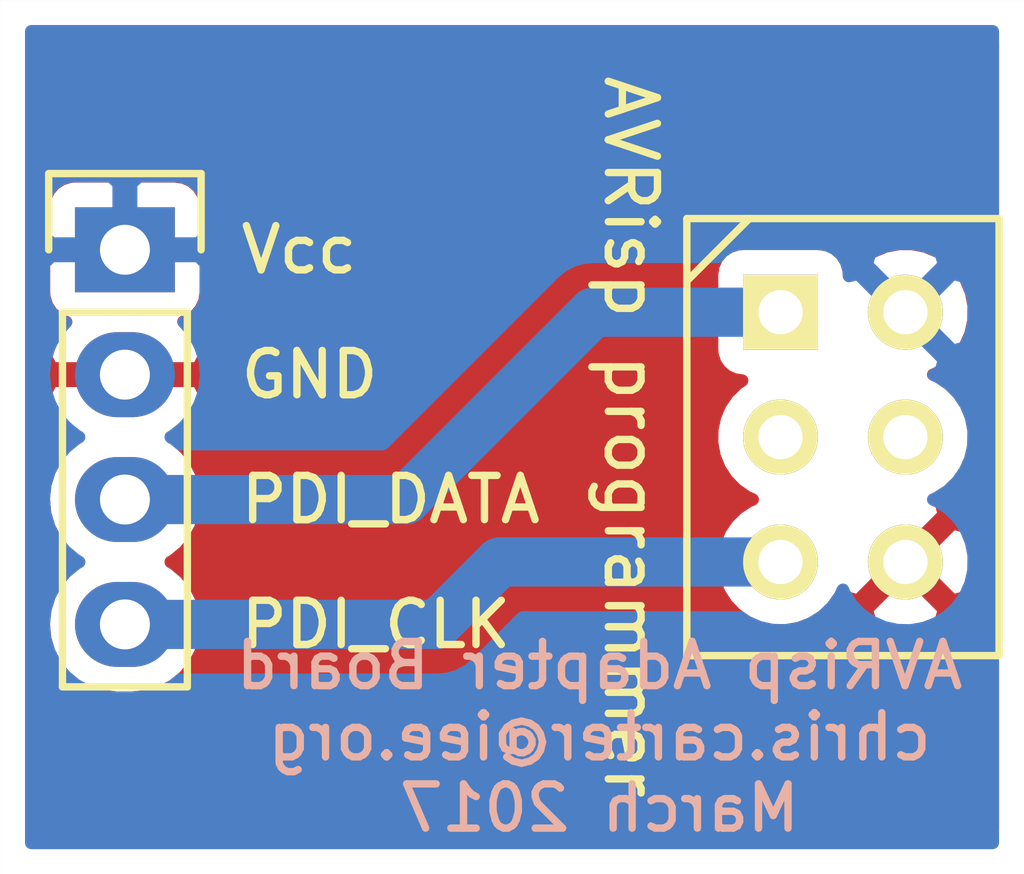
<source format=kicad_pcb>
(kicad_pcb (version 4) (host pcbnew 4.0.6)

  (general
    (links 4)
    (no_connects 0)
    (area 121.919499 94.674999 150.325002 115.325002)
    (thickness 1.6)
    (drawings 10)
    (tracks 8)
    (zones 0)
    (modules 2)
    (nets 5)
  )

  (page USLetter)
  (layers
    (0 F.Cu signal hide)
    (31 B.Cu signal hide)
    (32 B.Adhes user)
    (33 F.Adhes user)
    (34 B.Paste user)
    (35 F.Paste user)
    (36 B.SilkS user)
    (37 F.SilkS user)
    (38 B.Mask user)
    (39 F.Mask user)
    (40 Dwgs.User user)
    (41 Cmts.User user)
    (42 Eco1.User user)
    (43 Eco2.User user)
    (44 Edge.Cuts user)
    (45 Margin user)
    (46 B.CrtYd user)
    (47 F.CrtYd user)
    (48 B.Fab user)
    (49 F.Fab user)
  )

  (setup
    (last_trace_width 1)
    (trace_clearance 0.2)
    (zone_clearance 0.5)
    (zone_45_only no)
    (trace_min 0.2)
    (segment_width 0.2)
    (edge_width 0.001)
    (via_size 0.6)
    (via_drill 0.4)
    (via_min_size 0.4)
    (via_min_drill 0.3)
    (uvia_size 0.3)
    (uvia_drill 0.1)
    (uvias_allowed no)
    (uvia_min_size 0.2)
    (uvia_min_drill 0.1)
    (pcb_text_width 0.3)
    (pcb_text_size 1.5 1.5)
    (mod_edge_width 0.15)
    (mod_text_size 1 1)
    (mod_text_width 0.15)
    (pad_size 1.524 1.524)
    (pad_drill 0.762)
    (pad_to_mask_clearance 0.2)
    (aux_axis_origin 0 0)
    (visible_elements 7FFFFF7F)
    (pcbplotparams
      (layerselection 0x010f0_80000001)
      (usegerberextensions true)
      (excludeedgelayer true)
      (linewidth 0.150000)
      (plotframeref false)
      (viasonmask false)
      (mode 1)
      (useauxorigin false)
      (hpglpennumber 1)
      (hpglpenspeed 20)
      (hpglpendiameter 15)
      (hpglpenoverlay 2)
      (psnegative false)
      (psa4output false)
      (plotreference true)
      (plotvalue true)
      (plotinvisibletext false)
      (padsonsilk false)
      (subtractmaskfromsilk false)
      (outputformat 1)
      (mirror false)
      (drillshape 0)
      (scaleselection 1)
      (outputdirectory Manufacturing/))
  )

  (net 0 "")
  (net 1 /VCC)
  (net 2 /GND)
  (net 3 /PDI_CLK)
  (net 4 /PDI_DATA)

  (net_class Default "This is the default net class."
    (clearance 0.2)
    (trace_width 1)
    (via_dia 0.6)
    (via_drill 0.4)
    (uvia_dia 0.3)
    (uvia_drill 0.1)
    (add_net /GND)
    (add_net /PDI_CLK)
    (add_net /PDI_DATA)
    (add_net /VCC)
  )

  (module "Core Footprint Library:Socket_Strip_Straight_2x3_Plain" (layer F.Cu) (tedit 56CA1D7F) (tstamp 56CA1333)
    (at 137.795 107.95)
    (path /56C9E89F)
    (fp_text reference P1 (at 3.5 3) (layer F.SilkS) hide
      (effects (font (size 1 1) (thickness 0.15)))
    )
    (fp_text value Programmer (at -3.5 -3 90) (layer F.Fab) hide
      (effects (font (size 1 1) (thickness 0.15)))
    )
    (fp_line (start -0.635 -6.985) (end -1.905 -5.715) (layer F.SilkS) (width 0.15))
    (fp_line (start -1.905 1.905) (end -1.905 -6.985) (layer F.SilkS) (width 0.15))
    (fp_line (start 4.445 1.905) (end -1.905 1.905) (layer F.SilkS) (width 0.15))
    (fp_line (start 4.445 -6.985) (end 4.445 1.905) (layer F.SilkS) (width 0.15))
    (fp_line (start -1.905 -6.985) (end 4.445 -6.985) (layer F.SilkS) (width 0.15))
    (pad 5 thru_hole circle (at 0 0) (size 1.524 1.524) (drill 0.9) (layers *.Cu *.Mask F.SilkS)
      (net 3 /PDI_CLK))
    (pad 6 thru_hole circle (at 2.54 0) (size 1.524 1.524) (drill 0.9) (layers *.Cu *.Mask F.SilkS)
      (net 2 /GND))
    (pad 3 thru_hole circle (at 0 -2.54) (size 1.524 1.524) (drill 0.9) (layers *.Cu *.Mask F.SilkS))
    (pad 4 thru_hole circle (at 2.54 -2.54) (size 1.524 1.524) (drill 0.9) (layers *.Cu *.Mask F.SilkS))
    (pad 1 thru_hole rect (at 0 -5.08) (size 1.524 1.524) (drill 0.9) (layers *.Cu *.Mask F.SilkS)
      (net 4 /PDI_DATA))
    (pad 2 thru_hole circle (at 2.54 -5.08) (size 1.524 1.524) (drill 0.9) (layers *.Cu *.Mask F.SilkS)
      (net 1 /VCC))
  )

  (module Socket_Strips:Socket_Strip_Straight_1x04 (layer F.Cu) (tedit 58E98BFB) (tstamp 58EB094C)
    (at 124.46 101.6 270)
    (descr "Through hole socket strip")
    (tags "socket strip")
    (path /56C9E7E5)
    (fp_text reference P2 (at -3.175 0 360) (layer F.SilkS) hide
      (effects (font (size 1 1) (thickness 0.15)))
    )
    (fp_text value Device (at 3.175 -3.1 270) (layer F.Fab) hide
      (effects (font (size 1 1) (thickness 0.15)))
    )
    (fp_line (start -1.75 -1.75) (end -1.75 1.75) (layer F.CrtYd) (width 0.05))
    (fp_line (start 9.4 -1.75) (end 9.4 1.75) (layer F.CrtYd) (width 0.05))
    (fp_line (start -1.75 -1.75) (end 9.4 -1.75) (layer F.CrtYd) (width 0.05))
    (fp_line (start -1.75 1.75) (end 9.4 1.75) (layer F.CrtYd) (width 0.05))
    (fp_line (start 1.27 -1.27) (end 8.89 -1.27) (layer F.SilkS) (width 0.15))
    (fp_line (start 1.27 1.27) (end 8.89 1.27) (layer F.SilkS) (width 0.15))
    (fp_line (start -1.55 1.55) (end 0 1.55) (layer F.SilkS) (width 0.15))
    (fp_line (start 8.89 -1.27) (end 8.89 1.27) (layer F.SilkS) (width 0.15))
    (fp_line (start 1.27 1.27) (end 1.27 -1.27) (layer F.SilkS) (width 0.15))
    (fp_line (start 0 -1.55) (end -1.55 -1.55) (layer F.SilkS) (width 0.15))
    (fp_line (start -1.55 -1.55) (end -1.55 1.55) (layer F.SilkS) (width 0.15))
    (pad 1 thru_hole rect (at 0 0 270) (size 1.7272 2.032) (drill 1.016) (layers *.Cu *.Mask)
      (net 1 /VCC))
    (pad 2 thru_hole oval (at 2.54 0 270) (size 1.7272 2.032) (drill 1.016) (layers *.Cu *.Mask)
      (net 2 /GND))
    (pad 3 thru_hole oval (at 5.08 0 270) (size 1.7272 2.032) (drill 1.016) (layers *.Cu *.Mask)
      (net 4 /PDI_DATA))
    (pad 4 thru_hole oval (at 7.62 0 270) (size 1.7272 2.032) (drill 1.016) (layers *.Cu *.Mask)
      (net 3 /PDI_CLK))
    (model Socket_Strips.3dshapes/Socket_Strip_Straight_1x04.wrl
      (at (xyz 0.15 0 0))
      (scale (xyz 1 1 1))
      (rotate (xyz 0 0 180))
    )
  )

  (gr_text "AVRisp Adapter Board\nchris.carter@iee.org\nMarch 2017" (at 134.112 111.506) (layer B.SilkS)
    (effects (font (size 0.9 0.9) (thickness 0.15)) (justify mirror))
  )
  (gr_text PDI_CLK (at 126.746 109.22) (layer F.SilkS) (tstamp 56CA1DD2)
    (effects (font (size 0.9 0.9) (thickness 0.15)) (justify left))
  )
  (gr_text PDI_DATA (at 126.746 106.68) (layer F.SilkS) (tstamp 56CA1DD0)
    (effects (font (size 0.9 0.9) (thickness 0.15)) (justify left))
  )
  (gr_text GND (at 126.746 104.14) (layer F.SilkS) (tstamp 56CA1DCD)
    (effects (font (size 0.9 0.9) (thickness 0.15)) (justify left))
  )
  (gr_line (start 142.748 114.3) (end 121.92 114.3) (layer Edge.Cuts) (width 0.001))
  (gr_line (start 142.748 96.52) (end 142.748 114.3) (layer Edge.Cuts) (width 0.001))
  (gr_line (start 121.92 96.52) (end 142.748 96.52) (layer Edge.Cuts) (width 0.001))
  (gr_text "AVRisp programmer" (at 134.747 105.41 270) (layer F.SilkS) (tstamp 56CA1D11)
    (effects (font (size 1 1) (thickness 0.15)))
  )
  (gr_text Vcc (at 126.746 101.6) (layer F.SilkS)
    (effects (font (size 0.9 0.9) (thickness 0.15)) (justify left))
  )
  (gr_line (start 121.92 96.52) (end 121.92 114.3) (layer Edge.Cuts) (width 0.001))

  (segment (start 150 95) (end 150 115) (width 0.25) (layer Dwgs.User) (net 0))
  (segment (start 125 95) (end 150 95) (width 0.25) (layer Dwgs.User) (net 0))
  (segment (start 137.795 107.95) (end 132.08 107.95) (width 1) (layer B.Cu) (net 3))
  (segment (start 132.08 107.95) (end 130.81 109.22) (width 1) (layer B.Cu) (net 3))
  (segment (start 130.81 109.22) (end 124.46 109.22) (width 1) (layer B.Cu) (net 3))
  (segment (start 130.175 106.68) (end 133.985 102.87) (width 1) (layer B.Cu) (net 4))
  (segment (start 133.985 102.87) (end 137.795 102.87) (width 1) (layer B.Cu) (net 4))
  (segment (start 124.46 106.68) (end 130.175 106.68) (width 1) (layer B.Cu) (net 4))

  (zone (net 2) (net_name /GND) (layer F.Cu) (tstamp 0) (hatch edge 0.508)
    (connect_pads (clearance 0.5))
    (min_thickness 0.254)
    (fill yes (arc_segments 32) (thermal_gap 0.508) (thermal_bridge_width 0.508))
    (polygon
      (pts
        (xy 122.428 97.282) (xy 142.24 97.282) (xy 142.24 113.538) (xy 122.428 113.538)
      )
    )
    (filled_polygon
      (pts
        (xy 142.113 113.411) (xy 122.555 113.411) (xy 122.555 106.669594) (xy 122.809086 106.669594) (xy 122.835453 106.959311)
        (xy 122.91759 107.238389) (xy 123.052369 107.496198) (xy 123.234657 107.722918) (xy 123.45751 107.909914) (xy 123.529365 107.949417)
        (xy 123.474765 107.978448) (xy 123.249322 108.162314) (xy 123.063887 108.386467) (xy 122.925521 108.642369) (xy 122.839495 108.920273)
        (xy 122.809086 109.209594) (xy 122.835453 109.499311) (xy 122.91759 109.778389) (xy 123.052369 110.036198) (xy 123.234657 110.262918)
        (xy 123.45751 110.449914) (xy 123.71244 110.590063) (xy 123.989737 110.678027) (xy 124.278838 110.710455) (xy 124.29965 110.7106)
        (xy 124.62035 110.7106) (xy 124.909876 110.682212) (xy 125.188374 110.598128) (xy 125.445235 110.461552) (xy 125.670678 110.277686)
        (xy 125.856113 110.053533) (xy 125.994479 109.797631) (xy 126.080505 109.519727) (xy 126.110914 109.230406) (xy 126.084547 108.940689)
        (xy 126.00241 108.661611) (xy 125.867631 108.403802) (xy 125.685343 108.177082) (xy 125.46249 107.990086) (xy 125.390635 107.950583)
        (xy 125.445235 107.921552) (xy 125.670678 107.737686) (xy 125.856113 107.513533) (xy 125.994479 107.257631) (xy 126.080505 106.979727)
        (xy 126.110914 106.690406) (xy 126.084547 106.400689) (xy 126.00241 106.121611) (xy 125.867631 105.863802) (xy 125.685343 105.637082)
        (xy 125.46249 105.450086) (xy 125.398016 105.414641) (xy 125.611729 105.258486) (xy 125.810733 105.042035) (xy 125.963686 104.790919)
        (xy 126.064709 104.514789) (xy 126.067358 104.499026) (xy 125.946217 104.267) (xy 124.587 104.267) (xy 124.587 104.287)
        (xy 124.333 104.287) (xy 124.333 104.267) (xy 122.973783 104.267) (xy 122.852642 104.499026) (xy 122.855291 104.514789)
        (xy 122.956314 104.790919) (xy 123.109267 105.042035) (xy 123.308271 105.258486) (xy 123.520955 105.413888) (xy 123.474765 105.438448)
        (xy 123.249322 105.622314) (xy 123.063887 105.846467) (xy 122.925521 106.102369) (xy 122.839495 106.380273) (xy 122.809086 106.669594)
        (xy 122.555 106.669594) (xy 122.555 100.7364) (xy 122.813967 100.7364) (xy 122.813967 102.4636) (xy 122.821929 102.563447)
        (xy 122.874374 102.732799) (xy 122.971923 102.880835) (xy 123.106852 102.995834) (xy 123.265947 103.067549) (xy 123.109267 103.237965)
        (xy 122.956314 103.489081) (xy 122.855291 103.765211) (xy 122.852642 103.780974) (xy 122.973783 104.013) (xy 124.333 104.013)
        (xy 124.333 103.993) (xy 124.587 103.993) (xy 124.587 104.013) (xy 125.946217 104.013) (xy 126.067358 103.780974)
        (xy 126.064709 103.765211) (xy 125.963686 103.489081) (xy 125.810733 103.237965) (xy 125.64969 103.062803) (xy 125.745199 103.033226)
        (xy 125.893235 102.935677) (xy 126.008234 102.800748) (xy 126.081089 102.639123) (xy 126.106033 102.4636) (xy 126.106033 102.108)
        (xy 136.402967 102.108) (xy 136.402967 103.632) (xy 136.410929 103.731847) (xy 136.463374 103.901199) (xy 136.560923 104.049235)
        (xy 136.695852 104.164234) (xy 136.857477 104.237089) (xy 137.016137 104.259637) (xy 136.920436 104.322262) (xy 136.725816 104.512848)
        (xy 136.57192 104.737606) (xy 136.464612 104.987976) (xy 136.407977 105.25442) (xy 136.404174 105.526791) (xy 136.453347 105.794713)
        (xy 136.553623 106.047981) (xy 136.701183 106.276949) (xy 136.890405 106.472895) (xy 137.114084 106.628356) (xy 137.23134 106.679584)
        (xy 137.148368 106.713107) (xy 136.920436 106.862262) (xy 136.725816 107.052848) (xy 136.57192 107.277606) (xy 136.464612 107.527976)
        (xy 136.407977 107.79442) (xy 136.404174 108.066791) (xy 136.453347 108.334713) (xy 136.553623 108.587981) (xy 136.701183 108.816949)
        (xy 136.890405 109.012895) (xy 137.114084 109.168356) (xy 137.363698 109.27741) (xy 137.629741 109.335903) (xy 137.902078 109.341607)
        (xy 138.170337 109.294306) (xy 138.424299 109.195801) (xy 138.654292 109.049843) (xy 138.795297 108.915565) (xy 139.54904 108.915565)
        (xy 139.61602 109.155656) (xy 139.865048 109.272756) (xy 140.132135 109.339023) (xy 140.407017 109.35191) (xy 140.679133 109.310922)
        (xy 140.938023 109.217636) (xy 141.05398 109.155656) (xy 141.12096 108.915565) (xy 140.335 108.129605) (xy 139.54904 108.915565)
        (xy 138.795297 108.915565) (xy 138.851554 108.861993) (xy 139.008572 108.639405) (xy 139.058269 108.527783) (xy 139.067364 108.553023)
        (xy 139.129344 108.66898) (xy 139.369435 108.73596) (xy 140.155395 107.95) (xy 140.514605 107.95) (xy 141.300565 108.73596)
        (xy 141.540656 108.66898) (xy 141.657756 108.419952) (xy 141.724023 108.152865) (xy 141.73691 107.877983) (xy 141.695922 107.605867)
        (xy 141.602636 107.346977) (xy 141.540656 107.23102) (xy 141.300565 107.16404) (xy 140.514605 107.95) (xy 140.155395 107.95)
        (xy 140.141253 107.935858) (xy 140.320858 107.756253) (xy 140.335 107.770395) (xy 141.12096 106.984435) (xy 141.05398 106.744344)
        (xy 140.910258 106.676762) (xy 140.964299 106.655801) (xy 141.194292 106.509843) (xy 141.391554 106.321993) (xy 141.548572 106.099405)
        (xy 141.659366 105.850558) (xy 141.719715 105.58493) (xy 141.72406 105.273801) (xy 141.671151 105.006592) (xy 141.567348 104.754749)
        (xy 141.416606 104.527863) (xy 141.224666 104.334578) (xy 140.998839 104.182256) (xy 140.900041 104.140725) (xy 140.964299 104.115801)
        (xy 141.194292 103.969843) (xy 141.391554 103.781993) (xy 141.548572 103.559405) (xy 141.659366 103.310558) (xy 141.719715 103.04493)
        (xy 141.72406 102.733801) (xy 141.671151 102.466592) (xy 141.567348 102.214749) (xy 141.416606 101.987863) (xy 141.224666 101.794578)
        (xy 140.998839 101.642256) (xy 140.747726 101.536698) (xy 140.480893 101.481925) (xy 140.208502 101.480023) (xy 139.94093 101.531065)
        (xy 139.688368 101.633107) (xy 139.460436 101.782262) (xy 139.265816 101.972848) (xy 139.185598 102.090003) (xy 139.179071 102.008153)
        (xy 139.126626 101.838801) (xy 139.029077 101.690765) (xy 138.894148 101.575766) (xy 138.732523 101.502911) (xy 138.557 101.477967)
        (xy 137.033 101.477967) (xy 136.933153 101.485929) (xy 136.763801 101.538374) (xy 136.615765 101.635923) (xy 136.500766 101.770852)
        (xy 136.427911 101.932477) (xy 136.402967 102.108) (xy 126.106033 102.108) (xy 126.106033 100.7364) (xy 126.098071 100.636553)
        (xy 126.045626 100.467201) (xy 125.948077 100.319165) (xy 125.813148 100.204166) (xy 125.651523 100.131311) (xy 125.476 100.106367)
        (xy 123.444 100.106367) (xy 123.344153 100.114329) (xy 123.174801 100.166774) (xy 123.026765 100.264323) (xy 122.911766 100.399252)
        (xy 122.838911 100.560877) (xy 122.813967 100.7364) (xy 122.555 100.7364) (xy 122.555 97.409) (xy 142.113 97.409)
      )
    )
  )
  (zone (net 1) (net_name /VCC) (layer B.Cu) (tstamp 0) (hatch edge 0.508)
    (connect_pads (clearance 0.5))
    (min_thickness 0.254)
    (fill yes (arc_segments 32) (thermal_gap 0.508) (thermal_bridge_width 0.508))
    (polygon
      (pts
        (xy 122.428 97.028) (xy 142.24 97.028) (xy 142.24 113.792) (xy 122.428 113.792)
      )
    )
    (filled_polygon
      (pts
        (xy 142.113 113.665) (xy 122.555 113.665) (xy 122.555 101.88575) (xy 122.809 101.88575) (xy 122.809 102.526142)
        (xy 122.833403 102.648823) (xy 122.88127 102.764385) (xy 122.950763 102.868389) (xy 123.039211 102.956837) (xy 123.143215 103.02633)
        (xy 123.258777 103.074197) (xy 123.259177 103.074277) (xy 123.249322 103.082314) (xy 123.063887 103.306467) (xy 122.925521 103.562369)
        (xy 122.839495 103.840273) (xy 122.809086 104.129594) (xy 122.835453 104.419311) (xy 122.91759 104.698389) (xy 123.052369 104.956198)
        (xy 123.234657 105.182918) (xy 123.45751 105.369914) (xy 123.529365 105.409417) (xy 123.474765 105.438448) (xy 123.249322 105.622314)
        (xy 123.063887 105.846467) (xy 122.925521 106.102369) (xy 122.839495 106.380273) (xy 122.809086 106.669594) (xy 122.835453 106.959311)
        (xy 122.91759 107.238389) (xy 123.052369 107.496198) (xy 123.234657 107.722918) (xy 123.45751 107.909914) (xy 123.529365 107.949417)
        (xy 123.474765 107.978448) (xy 123.249322 108.162314) (xy 123.063887 108.386467) (xy 122.925521 108.642369) (xy 122.839495 108.920273)
        (xy 122.809086 109.209594) (xy 122.835453 109.499311) (xy 122.91759 109.778389) (xy 123.052369 110.036198) (xy 123.234657 110.262918)
        (xy 123.45751 110.449914) (xy 123.71244 110.590063) (xy 123.989737 110.678027) (xy 124.278838 110.710455) (xy 124.29965 110.7106)
        (xy 124.62035 110.7106) (xy 124.909876 110.682212) (xy 125.188374 110.598128) (xy 125.445235 110.461552) (xy 125.58569 110.347)
        (xy 130.81 110.347) (xy 130.913558 110.336846) (xy 131.017313 110.327768) (xy 131.023006 110.326114) (xy 131.028902 110.325536)
        (xy 131.128499 110.295466) (xy 131.228532 110.266404) (xy 131.233798 110.263674) (xy 131.239466 110.261963) (xy 131.331356 110.213104)
        (xy 131.423808 110.165181) (xy 131.428438 110.161485) (xy 131.433672 110.158702) (xy 131.514365 110.09289) (xy 131.595705 110.027958)
        (xy 131.60395 110.019827) (xy 131.604123 110.019686) (xy 131.604256 110.019526) (xy 131.606909 110.016909) (xy 132.546819 109.077)
        (xy 136.98264 109.077) (xy 137.114084 109.168356) (xy 137.363698 109.27741) (xy 137.629741 109.335903) (xy 137.902078 109.341607)
        (xy 138.170337 109.294306) (xy 138.424299 109.195801) (xy 138.654292 109.049843) (xy 138.851554 108.861993) (xy 139.008572 108.639405)
        (xy 139.064367 108.514088) (xy 139.093623 108.587981) (xy 139.241183 108.816949) (xy 139.430405 109.012895) (xy 139.654084 109.168356)
        (xy 139.903698 109.27741) (xy 140.169741 109.335903) (xy 140.442078 109.341607) (xy 140.710337 109.294306) (xy 140.964299 109.195801)
        (xy 141.194292 109.049843) (xy 141.391554 108.861993) (xy 141.548572 108.639405) (xy 141.659366 108.390558) (xy 141.719715 108.12493)
        (xy 141.72406 107.813801) (xy 141.671151 107.546592) (xy 141.567348 107.294749) (xy 141.416606 107.067863) (xy 141.224666 106.874578)
        (xy 140.998839 106.722256) (xy 140.900041 106.680725) (xy 140.964299 106.655801) (xy 141.194292 106.509843) (xy 141.391554 106.321993)
        (xy 141.548572 106.099405) (xy 141.659366 105.850558) (xy 141.719715 105.58493) (xy 141.72406 105.273801) (xy 141.671151 105.006592)
        (xy 141.567348 104.754749) (xy 141.416606 104.527863) (xy 141.224666 104.334578) (xy 140.998839 104.182256) (xy 140.913615 104.146431)
        (xy 140.938023 104.137636) (xy 141.05398 104.075656) (xy 141.12096 103.835565) (xy 140.335 103.049605) (xy 140.320858 103.063748)
        (xy 140.141253 102.884143) (xy 140.155395 102.87) (xy 140.514605 102.87) (xy 141.300565 103.65596) (xy 141.540656 103.58898)
        (xy 141.657756 103.339952) (xy 141.724023 103.072865) (xy 141.73691 102.797983) (xy 141.695922 102.525867) (xy 141.602636 102.266977)
        (xy 141.540656 102.15102) (xy 141.300565 102.08404) (xy 140.514605 102.87) (xy 140.155395 102.87) (xy 139.369435 102.08404)
        (xy 139.187033 102.134926) (xy 139.187033 102.108) (xy 139.179071 102.008153) (xy 139.146952 101.904435) (xy 139.54904 101.904435)
        (xy 140.335 102.690395) (xy 141.12096 101.904435) (xy 141.05398 101.664344) (xy 140.804952 101.547244) (xy 140.537865 101.480977)
        (xy 140.262983 101.46809) (xy 139.990867 101.509078) (xy 139.731977 101.602364) (xy 139.61602 101.664344) (xy 139.54904 101.904435)
        (xy 139.146952 101.904435) (xy 139.126626 101.838801) (xy 139.029077 101.690765) (xy 138.894148 101.575766) (xy 138.732523 101.502911)
        (xy 138.557 101.477967) (xy 137.033 101.477967) (xy 136.933153 101.485929) (xy 136.763801 101.538374) (xy 136.615765 101.635923)
        (xy 136.524504 101.743) (xy 133.985 101.743) (xy 133.881491 101.753149) (xy 133.777687 101.762231) (xy 133.771989 101.763886)
        (xy 133.766098 101.764464) (xy 133.666529 101.794526) (xy 133.566469 101.823596) (xy 133.561204 101.826325) (xy 133.555534 101.828037)
        (xy 133.463625 101.876906) (xy 133.371192 101.924819) (xy 133.366562 101.928515) (xy 133.361328 101.931298) (xy 133.280635 101.99711)
        (xy 133.199295 102.062042) (xy 133.191046 102.070176) (xy 133.190877 102.070314) (xy 133.190748 102.07047) (xy 133.188091 102.07309)
        (xy 129.708182 105.553) (xy 125.585138 105.553) (xy 125.46249 105.450086) (xy 125.390635 105.410583) (xy 125.445235 105.381552)
        (xy 125.670678 105.197686) (xy 125.856113 104.973533) (xy 125.994479 104.717631) (xy 126.080505 104.439727) (xy 126.110914 104.150406)
        (xy 126.084547 103.860689) (xy 126.00241 103.581611) (xy 125.867631 103.323802) (xy 125.685343 103.097082) (xy 125.658674 103.074704)
        (xy 125.661223 103.074197) (xy 125.776785 103.02633) (xy 125.880789 102.956837) (xy 125.969237 102.868389) (xy 126.03873 102.764385)
        (xy 126.086597 102.648823) (xy 126.111 102.526142) (xy 126.111 101.88575) (xy 125.95225 101.727) (xy 124.587 101.727)
        (xy 124.587 101.747) (xy 124.333 101.747) (xy 124.333 101.727) (xy 122.96775 101.727) (xy 122.809 101.88575)
        (xy 122.555 101.88575) (xy 122.555 100.673858) (xy 122.809 100.673858) (xy 122.809 101.31425) (xy 122.96775 101.473)
        (xy 124.333 101.473) (xy 124.333 100.26015) (xy 124.587 100.26015) (xy 124.587 101.473) (xy 125.95225 101.473)
        (xy 126.111 101.31425) (xy 126.111 100.673858) (xy 126.086597 100.551177) (xy 126.03873 100.435615) (xy 125.969237 100.331611)
        (xy 125.880789 100.243163) (xy 125.776785 100.17367) (xy 125.661223 100.125803) (xy 125.538542 100.1014) (xy 124.74575 100.1014)
        (xy 124.587 100.26015) (xy 124.333 100.26015) (xy 124.17425 100.1014) (xy 123.381458 100.1014) (xy 123.258777 100.125803)
        (xy 123.143215 100.17367) (xy 123.039211 100.243163) (xy 122.950763 100.331611) (xy 122.88127 100.435615) (xy 122.833403 100.551177)
        (xy 122.809 100.673858) (xy 122.555 100.673858) (xy 122.555 97.155) (xy 142.113 97.155)
      )
    )
  )
  (zone (net 0) (net_name "") (layer B.Cu) (tstamp 0) (hatch edge 0.508)
    (connect_pads (clearance 0.6))
    (min_thickness 0.25)
    (keepout (tracks not_allowed) (vias not_allowed) (copperpour not_allowed))
    (fill yes (arc_segments 32) (thermal_gap 0.5) (thermal_bridge_width 0.5))
    (polygon
      (pts
        (xy 138.43 103.124) (xy 139.7 102.87) (xy 140.462 103.378) (xy 140.208 104.394) (xy 139.192 105.156)
        (xy 137.922 104.648)
      )
    )
  )
  (zone (net 0) (net_name "") (layer F.Cu) (tstamp 0) (hatch edge 0.508)
    (connect_pads (clearance 0.5))
    (min_thickness 0.254)
    (keepout (tracks not_allowed) (vias not_allowed) (copperpour not_allowed))
    (fill yes (arc_segments 16) (thermal_gap 0.508) (thermal_bridge_width 0.508))
    (polygon
      (pts
        (xy 137.795 105.41) (xy 140.335 105.41) (xy 140.335 106.68) (xy 139.065 107.95) (xy 138.43 107.95)
      )
    )
  )
)

</source>
